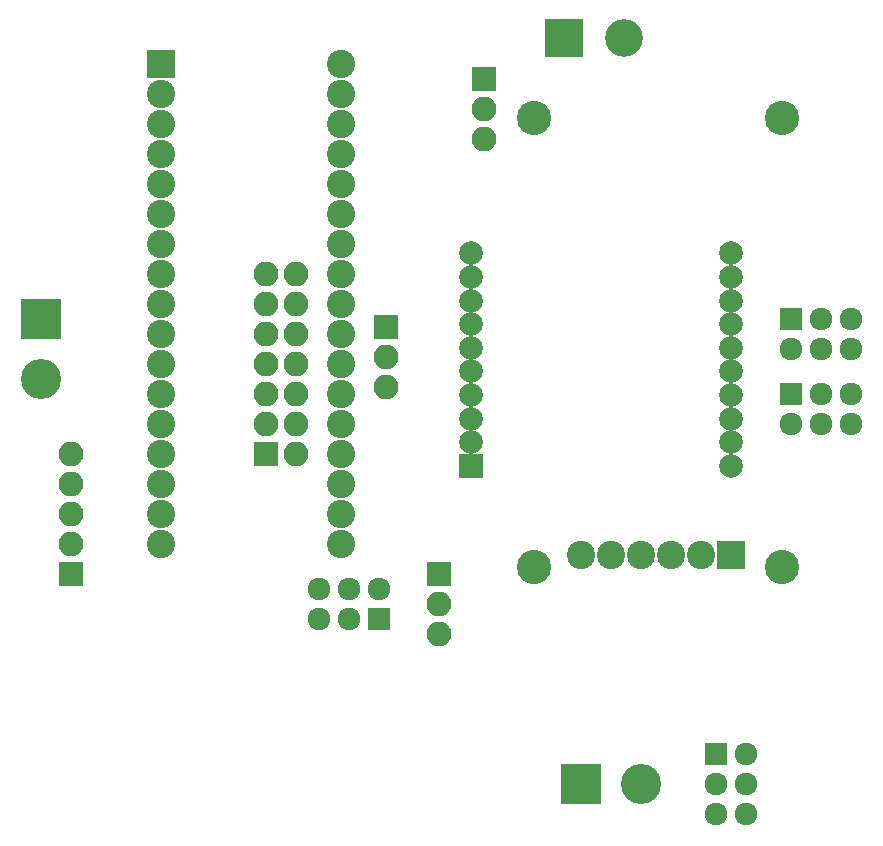
<source format=gbr>
G04 #@! TF.GenerationSoftware,KiCad,Pcbnew,(5.0.0)*
G04 #@! TF.CreationDate,2018-08-26T02:27:25+09:00*
G04 #@! TF.ProjectId,core,636F72652E6B696361645F7063620000,rev?*
G04 #@! TF.SameCoordinates,Original*
G04 #@! TF.FileFunction,Soldermask,Bot*
G04 #@! TF.FilePolarity,Negative*
%FSLAX46Y46*%
G04 Gerber Fmt 4.6, Leading zero omitted, Abs format (unit mm)*
G04 Created by KiCad (PCBNEW (5.0.0)) date 08/26/18 02:27:25*
%MOMM*%
%LPD*%
G01*
G04 APERTURE LIST*
%ADD10O,2.100000X2.100000*%
%ADD11R,2.100000X2.100000*%
%ADD12R,2.400000X2.400000*%
%ADD13C,2.400000*%
%ADD14C,2.900000*%
%ADD15C,3.400000*%
%ADD16R,3.400000X3.400000*%
%ADD17R,1.924000X1.924000*%
%ADD18C,1.924000*%
%ADD19R,2.000000X2.000000*%
%ADD20C,2.000000*%
%ADD21R,3.200000X3.200000*%
%ADD22O,3.200000X3.200000*%
G04 APERTURE END LIST*
D10*
G04 #@! TO.C,J8*
X1905000Y-13970000D03*
X1905000Y-11430000D03*
D11*
X1905000Y-8890000D03*
G04 #@! TD*
D10*
G04 #@! TO.C,J7*
X-2540000Y6985000D03*
X-2540000Y9525000D03*
D11*
X-2540000Y12065000D03*
G04 #@! TD*
D12*
G04 #@! TO.C,U1*
X-21590000Y34290000D03*
D13*
X-21590000Y31750000D03*
X-21590000Y29210000D03*
X-21590000Y26670000D03*
X-21590000Y24130000D03*
X-21590000Y21590000D03*
X-21590000Y19050000D03*
X-21590000Y16510000D03*
X-21590000Y13970000D03*
X-21590000Y11430000D03*
X-21590000Y8890000D03*
X-21590000Y6350000D03*
X-21590000Y3810000D03*
X-21590000Y1270000D03*
X-21590000Y-1270000D03*
X-21590000Y-3810000D03*
X-21590000Y-6350000D03*
X-6350000Y-6350000D03*
X-6350000Y-3810000D03*
X-6350000Y-1270000D03*
X-6350000Y1270000D03*
X-6350000Y3810000D03*
X-6350000Y6350000D03*
X-6350000Y8890000D03*
X-6350000Y11430000D03*
X-6350000Y13970000D03*
X-6350000Y16510000D03*
X-6350000Y19050000D03*
X-6350000Y21590000D03*
X-6350000Y24130000D03*
X-6350000Y26670000D03*
X-6350000Y29210000D03*
X-6350000Y31750000D03*
X-6350000Y34290000D03*
G04 #@! TD*
D14*
G04 #@! TO.C,U2*
X9970000Y29745000D03*
X30970000Y29745000D03*
X30970000Y-8255000D03*
X9970000Y-8255000D03*
D12*
X26670000Y-7255000D03*
D13*
X24130000Y-7255000D03*
X21590000Y-7255000D03*
X19050000Y-7255000D03*
X16510000Y-7255000D03*
X13970000Y-7255000D03*
G04 #@! TD*
D15*
G04 #@! TO.C,J1*
X19050000Y-26670000D03*
D16*
X13970000Y-26670000D03*
G04 #@! TD*
G04 #@! TO.C,J2*
X-31750000Y12700000D03*
D15*
X-31750000Y7620000D03*
G04 #@! TD*
D17*
G04 #@! TO.C,SW1*
X-3175000Y-12700000D03*
D18*
X-5715000Y-12700000D03*
X-8255000Y-12700000D03*
X-8255000Y-10160000D03*
X-5715000Y-10160000D03*
X-3175000Y-10160000D03*
G04 #@! TD*
G04 #@! TO.C,SW2*
X27940000Y-24130000D03*
X27940000Y-26670000D03*
X27940000Y-29210000D03*
X25400000Y-29210000D03*
X25400000Y-26670000D03*
D17*
X25400000Y-24130000D03*
G04 #@! TD*
G04 #@! TO.C,SW4*
X31750000Y12700000D03*
D18*
X34290000Y12700000D03*
X36830000Y12700000D03*
X36830000Y10160000D03*
X34290000Y10160000D03*
X31750000Y10160000D03*
G04 #@! TD*
G04 #@! TO.C,SW5*
X31750000Y3810000D03*
X34290000Y3810000D03*
X36830000Y3810000D03*
X36830000Y6350000D03*
X34290000Y6350000D03*
D17*
X31750000Y6350000D03*
G04 #@! TD*
D19*
G04 #@! TO.C,U3*
X4670000Y305000D03*
D20*
X4670000Y2305000D03*
X4670000Y4305000D03*
X4670000Y6305000D03*
X4670000Y8305000D03*
X4670000Y10305000D03*
X4670000Y12305000D03*
X4670000Y14305000D03*
X4670000Y16305000D03*
X4670000Y18305000D03*
X26670000Y18305000D03*
X26670000Y16305000D03*
X26670000Y14305000D03*
X26670000Y12305000D03*
X26670000Y10305000D03*
X26670000Y8305000D03*
X26670000Y6305000D03*
X26670000Y4305000D03*
X26670000Y2305000D03*
X26670000Y305000D03*
G04 #@! TD*
D21*
G04 #@! TO.C,SW3*
X12560000Y36500000D03*
D22*
X17640000Y36500000D03*
G04 #@! TD*
D10*
G04 #@! TO.C,J3*
X-29210000Y1270000D03*
X-29210000Y-1270000D03*
X-29210000Y-3810000D03*
X-29210000Y-6350000D03*
D11*
X-29210000Y-8890000D03*
G04 #@! TD*
D10*
G04 #@! TO.C,J4*
X-10160000Y16510000D03*
X-12700000Y16510000D03*
X-10160000Y13970000D03*
X-12700000Y13970000D03*
X-10160000Y11430000D03*
X-12700000Y11430000D03*
X-10160000Y8890000D03*
X-12700000Y8890000D03*
X-10160000Y6350000D03*
X-12700000Y6350000D03*
X-10160000Y3810000D03*
X-12700000Y3810000D03*
X-10160000Y1270000D03*
D11*
X-12700000Y1270000D03*
G04 #@! TD*
G04 #@! TO.C,J5*
X5715000Y33020000D03*
D10*
X5715000Y30480000D03*
X5715000Y27940000D03*
G04 #@! TD*
M02*

</source>
